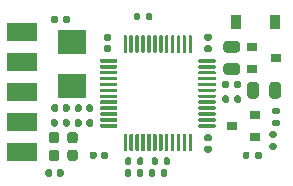
<source format=gbr>
%TF.GenerationSoftware,KiCad,Pcbnew,5.1.9+dfsg1-1*%
%TF.CreationDate,2021-07-11T15:28:01+08:00*%
%TF.ProjectId,stlink,73746c69-6e6b-42e6-9b69-6361645f7063,a*%
%TF.SameCoordinates,Original*%
%TF.FileFunction,Paste,Top*%
%TF.FilePolarity,Positive*%
%FSLAX46Y46*%
G04 Gerber Fmt 4.6, Leading zero omitted, Abs format (unit mm)*
G04 Created by KiCad (PCBNEW 5.1.9+dfsg1-1) date 2021-07-11 15:28:01*
%MOMM*%
%LPD*%
G01*
G04 APERTURE LIST*
%ADD10R,0.900000X0.800000*%
%ADD11R,2.400000X2.000000*%
%ADD12R,2.540000X1.524000*%
%ADD13R,0.900000X1.200000*%
G04 APERTURE END LIST*
%TO.C,R11*%
G36*
G01*
X123250000Y-96935000D02*
X123250000Y-96565000D01*
G75*
G02*
X123385000Y-96430000I135000J0D01*
G01*
X123655000Y-96430000D01*
G75*
G02*
X123790000Y-96565000I0J-135000D01*
G01*
X123790000Y-96935000D01*
G75*
G02*
X123655000Y-97070000I-135000J0D01*
G01*
X123385000Y-97070000D01*
G75*
G02*
X123250000Y-96935000I0J135000D01*
G01*
G37*
G36*
G01*
X122230000Y-96935000D02*
X122230000Y-96565000D01*
G75*
G02*
X122365000Y-96430000I135000J0D01*
G01*
X122635000Y-96430000D01*
G75*
G02*
X122770000Y-96565000I0J-135000D01*
G01*
X122770000Y-96935000D01*
G75*
G02*
X122635000Y-97070000I-135000J0D01*
G01*
X122365000Y-97070000D01*
G75*
G02*
X122230000Y-96935000I0J135000D01*
G01*
G37*
%TD*%
%TO.C,R10*%
G36*
G01*
X121240000Y-96935000D02*
X121240000Y-96565000D01*
G75*
G02*
X121375000Y-96430000I135000J0D01*
G01*
X121645000Y-96430000D01*
G75*
G02*
X121780000Y-96565000I0J-135000D01*
G01*
X121780000Y-96935000D01*
G75*
G02*
X121645000Y-97070000I-135000J0D01*
G01*
X121375000Y-97070000D01*
G75*
G02*
X121240000Y-96935000I0J135000D01*
G01*
G37*
G36*
G01*
X120220000Y-96935000D02*
X120220000Y-96565000D01*
G75*
G02*
X120355000Y-96430000I135000J0D01*
G01*
X120625000Y-96430000D01*
G75*
G02*
X120760000Y-96565000I0J-135000D01*
G01*
X120760000Y-96935000D01*
G75*
G02*
X120625000Y-97070000I-135000J0D01*
G01*
X120355000Y-97070000D01*
G75*
G02*
X120220000Y-96935000I0J135000D01*
G01*
G37*
%TD*%
%TO.C,R8*%
G36*
G01*
X123490000Y-95935000D02*
X123490000Y-95565000D01*
G75*
G02*
X123625000Y-95430000I135000J0D01*
G01*
X123895000Y-95430000D01*
G75*
G02*
X124030000Y-95565000I0J-135000D01*
G01*
X124030000Y-95935000D01*
G75*
G02*
X123895000Y-96070000I-135000J0D01*
G01*
X123625000Y-96070000D01*
G75*
G02*
X123490000Y-95935000I0J135000D01*
G01*
G37*
G36*
G01*
X122470000Y-95935000D02*
X122470000Y-95565000D01*
G75*
G02*
X122605000Y-95430000I135000J0D01*
G01*
X122875000Y-95430000D01*
G75*
G02*
X123010000Y-95565000I0J-135000D01*
G01*
X123010000Y-95935000D01*
G75*
G02*
X122875000Y-96070000I-135000J0D01*
G01*
X122605000Y-96070000D01*
G75*
G02*
X122470000Y-95935000I0J135000D01*
G01*
G37*
%TD*%
%TO.C,R7*%
G36*
G01*
X121240000Y-95935000D02*
X121240000Y-95565000D01*
G75*
G02*
X121375000Y-95430000I135000J0D01*
G01*
X121645000Y-95430000D01*
G75*
G02*
X121780000Y-95565000I0J-135000D01*
G01*
X121780000Y-95935000D01*
G75*
G02*
X121645000Y-96070000I-135000J0D01*
G01*
X121375000Y-96070000D01*
G75*
G02*
X121240000Y-95935000I0J135000D01*
G01*
G37*
G36*
G01*
X120220000Y-95935000D02*
X120220000Y-95565000D01*
G75*
G02*
X120355000Y-95430000I135000J0D01*
G01*
X120625000Y-95430000D01*
G75*
G02*
X120760000Y-95565000I0J-135000D01*
G01*
X120760000Y-95935000D01*
G75*
G02*
X120625000Y-96070000I-135000J0D01*
G01*
X120355000Y-96070000D01*
G75*
G02*
X120220000Y-95935000I0J135000D01*
G01*
G37*
%TD*%
%TO.C,R6*%
G36*
G01*
X131240000Y-95435000D02*
X131240000Y-95065000D01*
G75*
G02*
X131375000Y-94930000I135000J0D01*
G01*
X131645000Y-94930000D01*
G75*
G02*
X131780000Y-95065000I0J-135000D01*
G01*
X131780000Y-95435000D01*
G75*
G02*
X131645000Y-95570000I-135000J0D01*
G01*
X131375000Y-95570000D01*
G75*
G02*
X131240000Y-95435000I0J135000D01*
G01*
G37*
G36*
G01*
X130220000Y-95435000D02*
X130220000Y-95065000D01*
G75*
G02*
X130355000Y-94930000I135000J0D01*
G01*
X130625000Y-94930000D01*
G75*
G02*
X130760000Y-95065000I0J-135000D01*
G01*
X130760000Y-95435000D01*
G75*
G02*
X130625000Y-95570000I-135000J0D01*
G01*
X130355000Y-95570000D01*
G75*
G02*
X130220000Y-95435000I0J135000D01*
G01*
G37*
%TD*%
%TO.C,R5*%
G36*
G01*
X132935000Y-93760000D02*
X132565000Y-93760000D01*
G75*
G02*
X132430000Y-93625000I0J135000D01*
G01*
X132430000Y-93355000D01*
G75*
G02*
X132565000Y-93220000I135000J0D01*
G01*
X132935000Y-93220000D01*
G75*
G02*
X133070000Y-93355000I0J-135000D01*
G01*
X133070000Y-93625000D01*
G75*
G02*
X132935000Y-93760000I-135000J0D01*
G01*
G37*
G36*
G01*
X132935000Y-94780000D02*
X132565000Y-94780000D01*
G75*
G02*
X132430000Y-94645000I0J135000D01*
G01*
X132430000Y-94375000D01*
G75*
G02*
X132565000Y-94240000I135000J0D01*
G01*
X132935000Y-94240000D01*
G75*
G02*
X133070000Y-94375000I0J-135000D01*
G01*
X133070000Y-94645000D01*
G75*
G02*
X132935000Y-94780000I-135000J0D01*
G01*
G37*
%TD*%
%TO.C,R4*%
G36*
G01*
X133185000Y-91760000D02*
X132815000Y-91760000D01*
G75*
G02*
X132680000Y-91625000I0J135000D01*
G01*
X132680000Y-91355000D01*
G75*
G02*
X132815000Y-91220000I135000J0D01*
G01*
X133185000Y-91220000D01*
G75*
G02*
X133320000Y-91355000I0J-135000D01*
G01*
X133320000Y-91625000D01*
G75*
G02*
X133185000Y-91760000I-135000J0D01*
G01*
G37*
G36*
G01*
X133185000Y-92780000D02*
X132815000Y-92780000D01*
G75*
G02*
X132680000Y-92645000I0J135000D01*
G01*
X132680000Y-92375000D01*
G75*
G02*
X132815000Y-92240000I135000J0D01*
G01*
X133185000Y-92240000D01*
G75*
G02*
X133320000Y-92375000I0J-135000D01*
G01*
X133320000Y-92645000D01*
G75*
G02*
X133185000Y-92780000I-135000J0D01*
G01*
G37*
%TD*%
D10*
%TO.C,Q1*%
X129250000Y-92750000D03*
X131250000Y-91800000D03*
X131250000Y-93700000D03*
%TD*%
%TO.C,R9*%
G36*
G01*
X129010000Y-90315000D02*
X129010000Y-90685000D01*
G75*
G02*
X128875000Y-90820000I-135000J0D01*
G01*
X128605000Y-90820000D01*
G75*
G02*
X128470000Y-90685000I0J135000D01*
G01*
X128470000Y-90315000D01*
G75*
G02*
X128605000Y-90180000I135000J0D01*
G01*
X128875000Y-90180000D01*
G75*
G02*
X129010000Y-90315000I0J-135000D01*
G01*
G37*
G36*
G01*
X130030000Y-90315000D02*
X130030000Y-90685000D01*
G75*
G02*
X129895000Y-90820000I-135000J0D01*
G01*
X129625000Y-90820000D01*
G75*
G02*
X129490000Y-90685000I0J135000D01*
G01*
X129490000Y-90315000D01*
G75*
G02*
X129625000Y-90180000I135000J0D01*
G01*
X129895000Y-90180000D01*
G75*
G02*
X130030000Y-90315000I0J-135000D01*
G01*
G37*
%TD*%
%TO.C,R2*%
G36*
G01*
X121990000Y-83685000D02*
X121990000Y-83315000D01*
G75*
G02*
X122125000Y-83180000I135000J0D01*
G01*
X122395000Y-83180000D01*
G75*
G02*
X122530000Y-83315000I0J-135000D01*
G01*
X122530000Y-83685000D01*
G75*
G02*
X122395000Y-83820000I-135000J0D01*
G01*
X122125000Y-83820000D01*
G75*
G02*
X121990000Y-83685000I0J135000D01*
G01*
G37*
G36*
G01*
X120970000Y-83685000D02*
X120970000Y-83315000D01*
G75*
G02*
X121105000Y-83180000I135000J0D01*
G01*
X121375000Y-83180000D01*
G75*
G02*
X121510000Y-83315000I0J-135000D01*
G01*
X121510000Y-83685000D01*
G75*
G02*
X121375000Y-83820000I-135000J0D01*
G01*
X121105000Y-83820000D01*
G75*
G02*
X120970000Y-83685000I0J135000D01*
G01*
G37*
%TD*%
%TO.C,R1*%
G36*
G01*
X114510000Y-92315000D02*
X114510000Y-92685000D01*
G75*
G02*
X114375000Y-92820000I-135000J0D01*
G01*
X114105000Y-92820000D01*
G75*
G02*
X113970000Y-92685000I0J135000D01*
G01*
X113970000Y-92315000D01*
G75*
G02*
X114105000Y-92180000I135000J0D01*
G01*
X114375000Y-92180000D01*
G75*
G02*
X114510000Y-92315000I0J-135000D01*
G01*
G37*
G36*
G01*
X115530000Y-92315000D02*
X115530000Y-92685000D01*
G75*
G02*
X115395000Y-92820000I-135000J0D01*
G01*
X115125000Y-92820000D01*
G75*
G02*
X114990000Y-92685000I0J135000D01*
G01*
X114990000Y-92315000D01*
G75*
G02*
X115125000Y-92180000I135000J0D01*
G01*
X115395000Y-92180000D01*
G75*
G02*
X115530000Y-92315000I0J-135000D01*
G01*
G37*
%TD*%
%TO.C,C1*%
G36*
G01*
X116550000Y-91080000D02*
X116550000Y-91420000D01*
G75*
G02*
X116410000Y-91560000I-140000J0D01*
G01*
X116130000Y-91560000D01*
G75*
G02*
X115990000Y-91420000I0J140000D01*
G01*
X115990000Y-91080000D01*
G75*
G02*
X116130000Y-90940000I140000J0D01*
G01*
X116410000Y-90940000D01*
G75*
G02*
X116550000Y-91080000I0J-140000D01*
G01*
G37*
G36*
G01*
X117510000Y-91080000D02*
X117510000Y-91420000D01*
G75*
G02*
X117370000Y-91560000I-140000J0D01*
G01*
X117090000Y-91560000D01*
G75*
G02*
X116950000Y-91420000I0J140000D01*
G01*
X116950000Y-91080000D01*
G75*
G02*
X117090000Y-90940000I140000J0D01*
G01*
X117370000Y-90940000D01*
G75*
G02*
X117510000Y-91080000I0J-140000D01*
G01*
G37*
%TD*%
%TO.C,R13*%
G36*
G01*
X114060000Y-96577500D02*
X114060000Y-96922500D01*
G75*
G02*
X113912500Y-97070000I-147500J0D01*
G01*
X113617500Y-97070000D01*
G75*
G02*
X113470000Y-96922500I0J147500D01*
G01*
X113470000Y-96577500D01*
G75*
G02*
X113617500Y-96430000I147500J0D01*
G01*
X113912500Y-96430000D01*
G75*
G02*
X114060000Y-96577500I0J-147500D01*
G01*
G37*
G36*
G01*
X115030000Y-96577500D02*
X115030000Y-96922500D01*
G75*
G02*
X114882500Y-97070000I-147500J0D01*
G01*
X114587500Y-97070000D01*
G75*
G02*
X114440000Y-96922500I0J147500D01*
G01*
X114440000Y-96577500D01*
G75*
G02*
X114587500Y-96430000I147500J0D01*
G01*
X114882500Y-96430000D01*
G75*
G02*
X115030000Y-96577500I0J-147500D01*
G01*
G37*
%TD*%
%TO.C,R12*%
G36*
G01*
X118190000Y-95422500D02*
X118190000Y-95077500D01*
G75*
G02*
X118337500Y-94930000I147500J0D01*
G01*
X118632500Y-94930000D01*
G75*
G02*
X118780000Y-95077500I0J-147500D01*
G01*
X118780000Y-95422500D01*
G75*
G02*
X118632500Y-95570000I-147500J0D01*
G01*
X118337500Y-95570000D01*
G75*
G02*
X118190000Y-95422500I0J147500D01*
G01*
G37*
G36*
G01*
X117220000Y-95422500D02*
X117220000Y-95077500D01*
G75*
G02*
X117367500Y-94930000I147500J0D01*
G01*
X117662500Y-94930000D01*
G75*
G02*
X117810000Y-95077500I0J-147500D01*
G01*
X117810000Y-95422500D01*
G75*
G02*
X117662500Y-95570000I-147500J0D01*
G01*
X117367500Y-95570000D01*
G75*
G02*
X117220000Y-95422500I0J147500D01*
G01*
G37*
%TD*%
%TO.C,D3*%
G36*
G01*
X115350000Y-94006250D02*
X115350000Y-93493750D01*
G75*
G02*
X115568750Y-93275000I218750J0D01*
G01*
X116006250Y-93275000D01*
G75*
G02*
X116225000Y-93493750I0J-218750D01*
G01*
X116225000Y-94006250D01*
G75*
G02*
X116006250Y-94225000I-218750J0D01*
G01*
X115568750Y-94225000D01*
G75*
G02*
X115350000Y-94006250I0J218750D01*
G01*
G37*
G36*
G01*
X113775000Y-94006250D02*
X113775000Y-93493750D01*
G75*
G02*
X113993750Y-93275000I218750J0D01*
G01*
X114431250Y-93275000D01*
G75*
G02*
X114650000Y-93493750I0J-218750D01*
G01*
X114650000Y-94006250D01*
G75*
G02*
X114431250Y-94225000I-218750J0D01*
G01*
X113993750Y-94225000D01*
G75*
G02*
X113775000Y-94006250I0J218750D01*
G01*
G37*
%TD*%
%TO.C,D2*%
G36*
G01*
X115350000Y-95506250D02*
X115350000Y-94993750D01*
G75*
G02*
X115568750Y-94775000I218750J0D01*
G01*
X116006250Y-94775000D01*
G75*
G02*
X116225000Y-94993750I0J-218750D01*
G01*
X116225000Y-95506250D01*
G75*
G02*
X116006250Y-95725000I-218750J0D01*
G01*
X115568750Y-95725000D01*
G75*
G02*
X115350000Y-95506250I0J218750D01*
G01*
G37*
G36*
G01*
X113775000Y-95506250D02*
X113775000Y-94993750D01*
G75*
G02*
X113993750Y-94775000I218750J0D01*
G01*
X114431250Y-94775000D01*
G75*
G02*
X114650000Y-94993750I0J-218750D01*
G01*
X114650000Y-95506250D01*
G75*
G02*
X114431250Y-95725000I-218750J0D01*
G01*
X113993750Y-95725000D01*
G75*
G02*
X113775000Y-95506250I0J218750D01*
G01*
G37*
%TD*%
D11*
%TO.C,Y1*%
X115750000Y-89350000D03*
X115750000Y-85650000D03*
%TD*%
%TO.C,C3*%
G36*
G01*
X114940000Y-91422500D02*
X114940000Y-91077500D01*
G75*
G02*
X115087500Y-90930000I147500J0D01*
G01*
X115382500Y-90930000D01*
G75*
G02*
X115530000Y-91077500I0J-147500D01*
G01*
X115530000Y-91422500D01*
G75*
G02*
X115382500Y-91570000I-147500J0D01*
G01*
X115087500Y-91570000D01*
G75*
G02*
X114940000Y-91422500I0J147500D01*
G01*
G37*
G36*
G01*
X113970000Y-91422500D02*
X113970000Y-91077500D01*
G75*
G02*
X114117500Y-90930000I147500J0D01*
G01*
X114412500Y-90930000D01*
G75*
G02*
X114560000Y-91077500I0J-147500D01*
G01*
X114560000Y-91422500D01*
G75*
G02*
X114412500Y-91570000I-147500J0D01*
G01*
X114117500Y-91570000D01*
G75*
G02*
X113970000Y-91422500I0J147500D01*
G01*
G37*
%TD*%
%TO.C,C2*%
G36*
G01*
X114560000Y-83577500D02*
X114560000Y-83922500D01*
G75*
G02*
X114412500Y-84070000I-147500J0D01*
G01*
X114117500Y-84070000D01*
G75*
G02*
X113970000Y-83922500I0J147500D01*
G01*
X113970000Y-83577500D01*
G75*
G02*
X114117500Y-83430000I147500J0D01*
G01*
X114412500Y-83430000D01*
G75*
G02*
X114560000Y-83577500I0J-147500D01*
G01*
G37*
G36*
G01*
X115530000Y-83577500D02*
X115530000Y-83922500D01*
G75*
G02*
X115382500Y-84070000I-147500J0D01*
G01*
X115087500Y-84070000D01*
G75*
G02*
X114940000Y-83922500I0J147500D01*
G01*
X114940000Y-83577500D01*
G75*
G02*
X115087500Y-83430000I147500J0D01*
G01*
X115382500Y-83430000D01*
G75*
G02*
X115530000Y-83577500I0J-147500D01*
G01*
G37*
%TD*%
D12*
%TO.C,J2*%
X111500000Y-95000000D03*
X111500000Y-92460000D03*
X111500000Y-89920000D03*
X111500000Y-87380000D03*
X111500000Y-84840000D03*
%TD*%
%TO.C,C9*%
G36*
G01*
X116560000Y-92327500D02*
X116560000Y-92672500D01*
G75*
G02*
X116412500Y-92820000I-147500J0D01*
G01*
X116117500Y-92820000D01*
G75*
G02*
X115970000Y-92672500I0J147500D01*
G01*
X115970000Y-92327500D01*
G75*
G02*
X116117500Y-92180000I147500J0D01*
G01*
X116412500Y-92180000D01*
G75*
G02*
X116560000Y-92327500I0J-147500D01*
G01*
G37*
G36*
G01*
X117530000Y-92327500D02*
X117530000Y-92672500D01*
G75*
G02*
X117382500Y-92820000I-147500J0D01*
G01*
X117087500Y-92820000D01*
G75*
G02*
X116940000Y-92672500I0J147500D01*
G01*
X116940000Y-92327500D01*
G75*
G02*
X117087500Y-92180000I147500J0D01*
G01*
X117382500Y-92180000D01*
G75*
G02*
X117530000Y-92327500I0J-147500D01*
G01*
G37*
%TD*%
%TO.C,C8*%
G36*
G01*
X127077500Y-94440000D02*
X127422500Y-94440000D01*
G75*
G02*
X127570000Y-94587500I0J-147500D01*
G01*
X127570000Y-94882500D01*
G75*
G02*
X127422500Y-95030000I-147500J0D01*
G01*
X127077500Y-95030000D01*
G75*
G02*
X126930000Y-94882500I0J147500D01*
G01*
X126930000Y-94587500D01*
G75*
G02*
X127077500Y-94440000I147500J0D01*
G01*
G37*
G36*
G01*
X127077500Y-93470000D02*
X127422500Y-93470000D01*
G75*
G02*
X127570000Y-93617500I0J-147500D01*
G01*
X127570000Y-93912500D01*
G75*
G02*
X127422500Y-94060000I-147500J0D01*
G01*
X127077500Y-94060000D01*
G75*
G02*
X126930000Y-93912500I0J147500D01*
G01*
X126930000Y-93617500D01*
G75*
G02*
X127077500Y-93470000I147500J0D01*
G01*
G37*
%TD*%
%TO.C,C7*%
G36*
G01*
X127422500Y-85560000D02*
X127077500Y-85560000D01*
G75*
G02*
X126930000Y-85412500I0J147500D01*
G01*
X126930000Y-85117500D01*
G75*
G02*
X127077500Y-84970000I147500J0D01*
G01*
X127422500Y-84970000D01*
G75*
G02*
X127570000Y-85117500I0J-147500D01*
G01*
X127570000Y-85412500D01*
G75*
G02*
X127422500Y-85560000I-147500J0D01*
G01*
G37*
G36*
G01*
X127422500Y-86530000D02*
X127077500Y-86530000D01*
G75*
G02*
X126930000Y-86382500I0J147500D01*
G01*
X126930000Y-86087500D01*
G75*
G02*
X127077500Y-85940000I147500J0D01*
G01*
X127422500Y-85940000D01*
G75*
G02*
X127570000Y-86087500I0J-147500D01*
G01*
X127570000Y-86382500D01*
G75*
G02*
X127422500Y-86530000I-147500J0D01*
G01*
G37*
%TD*%
%TO.C,C6*%
G36*
G01*
X118922500Y-85560000D02*
X118577500Y-85560000D01*
G75*
G02*
X118430000Y-85412500I0J147500D01*
G01*
X118430000Y-85117500D01*
G75*
G02*
X118577500Y-84970000I147500J0D01*
G01*
X118922500Y-84970000D01*
G75*
G02*
X119070000Y-85117500I0J-147500D01*
G01*
X119070000Y-85412500D01*
G75*
G02*
X118922500Y-85560000I-147500J0D01*
G01*
G37*
G36*
G01*
X118922500Y-86530000D02*
X118577500Y-86530000D01*
G75*
G02*
X118430000Y-86382500I0J147500D01*
G01*
X118430000Y-86087500D01*
G75*
G02*
X118577500Y-85940000I147500J0D01*
G01*
X118922500Y-85940000D01*
G75*
G02*
X119070000Y-86087500I0J-147500D01*
G01*
X119070000Y-86382500D01*
G75*
G02*
X118922500Y-86530000I-147500J0D01*
G01*
G37*
%TD*%
%TO.C,R3*%
G36*
G01*
X129440000Y-89422500D02*
X129440000Y-89077500D01*
G75*
G02*
X129587500Y-88930000I147500J0D01*
G01*
X129882500Y-88930000D01*
G75*
G02*
X130030000Y-89077500I0J-147500D01*
G01*
X130030000Y-89422500D01*
G75*
G02*
X129882500Y-89570000I-147500J0D01*
G01*
X129587500Y-89570000D01*
G75*
G02*
X129440000Y-89422500I0J147500D01*
G01*
G37*
G36*
G01*
X128470000Y-89422500D02*
X128470000Y-89077500D01*
G75*
G02*
X128617500Y-88930000I147500J0D01*
G01*
X128912500Y-88930000D01*
G75*
G02*
X129060000Y-89077500I0J-147500D01*
G01*
X129060000Y-89422500D01*
G75*
G02*
X128912500Y-89570000I-147500J0D01*
G01*
X128617500Y-89570000D01*
G75*
G02*
X128470000Y-89422500I0J147500D01*
G01*
G37*
%TD*%
D13*
%TO.C,D1*%
X132900000Y-84000000D03*
X129600000Y-84000000D03*
%TD*%
%TO.C,C5*%
G36*
G01*
X129706250Y-86550000D02*
X128793750Y-86550000D01*
G75*
G02*
X128550000Y-86306250I0J243750D01*
G01*
X128550000Y-85818750D01*
G75*
G02*
X128793750Y-85575000I243750J0D01*
G01*
X129706250Y-85575000D01*
G75*
G02*
X129950000Y-85818750I0J-243750D01*
G01*
X129950000Y-86306250D01*
G75*
G02*
X129706250Y-86550000I-243750J0D01*
G01*
G37*
G36*
G01*
X129706250Y-88425000D02*
X128793750Y-88425000D01*
G75*
G02*
X128550000Y-88181250I0J243750D01*
G01*
X128550000Y-87693750D01*
G75*
G02*
X128793750Y-87450000I243750J0D01*
G01*
X129706250Y-87450000D01*
G75*
G02*
X129950000Y-87693750I0J-243750D01*
G01*
X129950000Y-88181250D01*
G75*
G02*
X129706250Y-88425000I-243750J0D01*
G01*
G37*
%TD*%
%TO.C,C4*%
G36*
G01*
X131550000Y-89293750D02*
X131550000Y-90206250D01*
G75*
G02*
X131306250Y-90450000I-243750J0D01*
G01*
X130818750Y-90450000D01*
G75*
G02*
X130575000Y-90206250I0J243750D01*
G01*
X130575000Y-89293750D01*
G75*
G02*
X130818750Y-89050000I243750J0D01*
G01*
X131306250Y-89050000D01*
G75*
G02*
X131550000Y-89293750I0J-243750D01*
G01*
G37*
G36*
G01*
X133425000Y-89293750D02*
X133425000Y-90206250D01*
G75*
G02*
X133181250Y-90450000I-243750J0D01*
G01*
X132693750Y-90450000D01*
G75*
G02*
X132450000Y-90206250I0J243750D01*
G01*
X132450000Y-89293750D01*
G75*
G02*
X132693750Y-89050000I243750J0D01*
G01*
X133181250Y-89050000D01*
G75*
G02*
X133425000Y-89293750I0J-243750D01*
G01*
G37*
%TD*%
D10*
%TO.C,U1*%
X133000000Y-87000000D03*
X131000000Y-87950000D03*
X131000000Y-86050000D03*
%TD*%
%TO.C,U2*%
G36*
G01*
X120100000Y-86500000D02*
X120100000Y-85175000D01*
G75*
G02*
X120175000Y-85100000I75000J0D01*
G01*
X120325000Y-85100000D01*
G75*
G02*
X120400000Y-85175000I0J-75000D01*
G01*
X120400000Y-86500000D01*
G75*
G02*
X120325000Y-86575000I-75000J0D01*
G01*
X120175000Y-86575000D01*
G75*
G02*
X120100000Y-86500000I0J75000D01*
G01*
G37*
G36*
G01*
X120600000Y-86500000D02*
X120600000Y-85175000D01*
G75*
G02*
X120675000Y-85100000I75000J0D01*
G01*
X120825000Y-85100000D01*
G75*
G02*
X120900000Y-85175000I0J-75000D01*
G01*
X120900000Y-86500000D01*
G75*
G02*
X120825000Y-86575000I-75000J0D01*
G01*
X120675000Y-86575000D01*
G75*
G02*
X120600000Y-86500000I0J75000D01*
G01*
G37*
G36*
G01*
X121100000Y-86500000D02*
X121100000Y-85175000D01*
G75*
G02*
X121175000Y-85100000I75000J0D01*
G01*
X121325000Y-85100000D01*
G75*
G02*
X121400000Y-85175000I0J-75000D01*
G01*
X121400000Y-86500000D01*
G75*
G02*
X121325000Y-86575000I-75000J0D01*
G01*
X121175000Y-86575000D01*
G75*
G02*
X121100000Y-86500000I0J75000D01*
G01*
G37*
G36*
G01*
X121600000Y-86500000D02*
X121600000Y-85175000D01*
G75*
G02*
X121675000Y-85100000I75000J0D01*
G01*
X121825000Y-85100000D01*
G75*
G02*
X121900000Y-85175000I0J-75000D01*
G01*
X121900000Y-86500000D01*
G75*
G02*
X121825000Y-86575000I-75000J0D01*
G01*
X121675000Y-86575000D01*
G75*
G02*
X121600000Y-86500000I0J75000D01*
G01*
G37*
G36*
G01*
X122100000Y-86500000D02*
X122100000Y-85175000D01*
G75*
G02*
X122175000Y-85100000I75000J0D01*
G01*
X122325000Y-85100000D01*
G75*
G02*
X122400000Y-85175000I0J-75000D01*
G01*
X122400000Y-86500000D01*
G75*
G02*
X122325000Y-86575000I-75000J0D01*
G01*
X122175000Y-86575000D01*
G75*
G02*
X122100000Y-86500000I0J75000D01*
G01*
G37*
G36*
G01*
X122600000Y-86500000D02*
X122600000Y-85175000D01*
G75*
G02*
X122675000Y-85100000I75000J0D01*
G01*
X122825000Y-85100000D01*
G75*
G02*
X122900000Y-85175000I0J-75000D01*
G01*
X122900000Y-86500000D01*
G75*
G02*
X122825000Y-86575000I-75000J0D01*
G01*
X122675000Y-86575000D01*
G75*
G02*
X122600000Y-86500000I0J75000D01*
G01*
G37*
G36*
G01*
X123100000Y-86500000D02*
X123100000Y-85175000D01*
G75*
G02*
X123175000Y-85100000I75000J0D01*
G01*
X123325000Y-85100000D01*
G75*
G02*
X123400000Y-85175000I0J-75000D01*
G01*
X123400000Y-86500000D01*
G75*
G02*
X123325000Y-86575000I-75000J0D01*
G01*
X123175000Y-86575000D01*
G75*
G02*
X123100000Y-86500000I0J75000D01*
G01*
G37*
G36*
G01*
X123600000Y-86500000D02*
X123600000Y-85175000D01*
G75*
G02*
X123675000Y-85100000I75000J0D01*
G01*
X123825000Y-85100000D01*
G75*
G02*
X123900000Y-85175000I0J-75000D01*
G01*
X123900000Y-86500000D01*
G75*
G02*
X123825000Y-86575000I-75000J0D01*
G01*
X123675000Y-86575000D01*
G75*
G02*
X123600000Y-86500000I0J75000D01*
G01*
G37*
G36*
G01*
X124100000Y-86500000D02*
X124100000Y-85175000D01*
G75*
G02*
X124175000Y-85100000I75000J0D01*
G01*
X124325000Y-85100000D01*
G75*
G02*
X124400000Y-85175000I0J-75000D01*
G01*
X124400000Y-86500000D01*
G75*
G02*
X124325000Y-86575000I-75000J0D01*
G01*
X124175000Y-86575000D01*
G75*
G02*
X124100000Y-86500000I0J75000D01*
G01*
G37*
G36*
G01*
X124600000Y-86500000D02*
X124600000Y-85175000D01*
G75*
G02*
X124675000Y-85100000I75000J0D01*
G01*
X124825000Y-85100000D01*
G75*
G02*
X124900000Y-85175000I0J-75000D01*
G01*
X124900000Y-86500000D01*
G75*
G02*
X124825000Y-86575000I-75000J0D01*
G01*
X124675000Y-86575000D01*
G75*
G02*
X124600000Y-86500000I0J75000D01*
G01*
G37*
G36*
G01*
X125100000Y-86500000D02*
X125100000Y-85175000D01*
G75*
G02*
X125175000Y-85100000I75000J0D01*
G01*
X125325000Y-85100000D01*
G75*
G02*
X125400000Y-85175000I0J-75000D01*
G01*
X125400000Y-86500000D01*
G75*
G02*
X125325000Y-86575000I-75000J0D01*
G01*
X125175000Y-86575000D01*
G75*
G02*
X125100000Y-86500000I0J75000D01*
G01*
G37*
G36*
G01*
X125600000Y-86500000D02*
X125600000Y-85175000D01*
G75*
G02*
X125675000Y-85100000I75000J0D01*
G01*
X125825000Y-85100000D01*
G75*
G02*
X125900000Y-85175000I0J-75000D01*
G01*
X125900000Y-86500000D01*
G75*
G02*
X125825000Y-86575000I-75000J0D01*
G01*
X125675000Y-86575000D01*
G75*
G02*
X125600000Y-86500000I0J75000D01*
G01*
G37*
G36*
G01*
X126425000Y-87325000D02*
X126425000Y-87175000D01*
G75*
G02*
X126500000Y-87100000I75000J0D01*
G01*
X127825000Y-87100000D01*
G75*
G02*
X127900000Y-87175000I0J-75000D01*
G01*
X127900000Y-87325000D01*
G75*
G02*
X127825000Y-87400000I-75000J0D01*
G01*
X126500000Y-87400000D01*
G75*
G02*
X126425000Y-87325000I0J75000D01*
G01*
G37*
G36*
G01*
X126425000Y-87825000D02*
X126425000Y-87675000D01*
G75*
G02*
X126500000Y-87600000I75000J0D01*
G01*
X127825000Y-87600000D01*
G75*
G02*
X127900000Y-87675000I0J-75000D01*
G01*
X127900000Y-87825000D01*
G75*
G02*
X127825000Y-87900000I-75000J0D01*
G01*
X126500000Y-87900000D01*
G75*
G02*
X126425000Y-87825000I0J75000D01*
G01*
G37*
G36*
G01*
X126425000Y-88325000D02*
X126425000Y-88175000D01*
G75*
G02*
X126500000Y-88100000I75000J0D01*
G01*
X127825000Y-88100000D01*
G75*
G02*
X127900000Y-88175000I0J-75000D01*
G01*
X127900000Y-88325000D01*
G75*
G02*
X127825000Y-88400000I-75000J0D01*
G01*
X126500000Y-88400000D01*
G75*
G02*
X126425000Y-88325000I0J75000D01*
G01*
G37*
G36*
G01*
X126425000Y-88825000D02*
X126425000Y-88675000D01*
G75*
G02*
X126500000Y-88600000I75000J0D01*
G01*
X127825000Y-88600000D01*
G75*
G02*
X127900000Y-88675000I0J-75000D01*
G01*
X127900000Y-88825000D01*
G75*
G02*
X127825000Y-88900000I-75000J0D01*
G01*
X126500000Y-88900000D01*
G75*
G02*
X126425000Y-88825000I0J75000D01*
G01*
G37*
G36*
G01*
X126425000Y-89325000D02*
X126425000Y-89175000D01*
G75*
G02*
X126500000Y-89100000I75000J0D01*
G01*
X127825000Y-89100000D01*
G75*
G02*
X127900000Y-89175000I0J-75000D01*
G01*
X127900000Y-89325000D01*
G75*
G02*
X127825000Y-89400000I-75000J0D01*
G01*
X126500000Y-89400000D01*
G75*
G02*
X126425000Y-89325000I0J75000D01*
G01*
G37*
G36*
G01*
X126425000Y-89825000D02*
X126425000Y-89675000D01*
G75*
G02*
X126500000Y-89600000I75000J0D01*
G01*
X127825000Y-89600000D01*
G75*
G02*
X127900000Y-89675000I0J-75000D01*
G01*
X127900000Y-89825000D01*
G75*
G02*
X127825000Y-89900000I-75000J0D01*
G01*
X126500000Y-89900000D01*
G75*
G02*
X126425000Y-89825000I0J75000D01*
G01*
G37*
G36*
G01*
X126425000Y-90325000D02*
X126425000Y-90175000D01*
G75*
G02*
X126500000Y-90100000I75000J0D01*
G01*
X127825000Y-90100000D01*
G75*
G02*
X127900000Y-90175000I0J-75000D01*
G01*
X127900000Y-90325000D01*
G75*
G02*
X127825000Y-90400000I-75000J0D01*
G01*
X126500000Y-90400000D01*
G75*
G02*
X126425000Y-90325000I0J75000D01*
G01*
G37*
G36*
G01*
X126425000Y-90825000D02*
X126425000Y-90675000D01*
G75*
G02*
X126500000Y-90600000I75000J0D01*
G01*
X127825000Y-90600000D01*
G75*
G02*
X127900000Y-90675000I0J-75000D01*
G01*
X127900000Y-90825000D01*
G75*
G02*
X127825000Y-90900000I-75000J0D01*
G01*
X126500000Y-90900000D01*
G75*
G02*
X126425000Y-90825000I0J75000D01*
G01*
G37*
G36*
G01*
X126425000Y-91325000D02*
X126425000Y-91175000D01*
G75*
G02*
X126500000Y-91100000I75000J0D01*
G01*
X127825000Y-91100000D01*
G75*
G02*
X127900000Y-91175000I0J-75000D01*
G01*
X127900000Y-91325000D01*
G75*
G02*
X127825000Y-91400000I-75000J0D01*
G01*
X126500000Y-91400000D01*
G75*
G02*
X126425000Y-91325000I0J75000D01*
G01*
G37*
G36*
G01*
X126425000Y-91825000D02*
X126425000Y-91675000D01*
G75*
G02*
X126500000Y-91600000I75000J0D01*
G01*
X127825000Y-91600000D01*
G75*
G02*
X127900000Y-91675000I0J-75000D01*
G01*
X127900000Y-91825000D01*
G75*
G02*
X127825000Y-91900000I-75000J0D01*
G01*
X126500000Y-91900000D01*
G75*
G02*
X126425000Y-91825000I0J75000D01*
G01*
G37*
G36*
G01*
X126425000Y-92325000D02*
X126425000Y-92175000D01*
G75*
G02*
X126500000Y-92100000I75000J0D01*
G01*
X127825000Y-92100000D01*
G75*
G02*
X127900000Y-92175000I0J-75000D01*
G01*
X127900000Y-92325000D01*
G75*
G02*
X127825000Y-92400000I-75000J0D01*
G01*
X126500000Y-92400000D01*
G75*
G02*
X126425000Y-92325000I0J75000D01*
G01*
G37*
G36*
G01*
X126425000Y-92825000D02*
X126425000Y-92675000D01*
G75*
G02*
X126500000Y-92600000I75000J0D01*
G01*
X127825000Y-92600000D01*
G75*
G02*
X127900000Y-92675000I0J-75000D01*
G01*
X127900000Y-92825000D01*
G75*
G02*
X127825000Y-92900000I-75000J0D01*
G01*
X126500000Y-92900000D01*
G75*
G02*
X126425000Y-92825000I0J75000D01*
G01*
G37*
G36*
G01*
X125600000Y-94825000D02*
X125600000Y-93500000D01*
G75*
G02*
X125675000Y-93425000I75000J0D01*
G01*
X125825000Y-93425000D01*
G75*
G02*
X125900000Y-93500000I0J-75000D01*
G01*
X125900000Y-94825000D01*
G75*
G02*
X125825000Y-94900000I-75000J0D01*
G01*
X125675000Y-94900000D01*
G75*
G02*
X125600000Y-94825000I0J75000D01*
G01*
G37*
G36*
G01*
X125100000Y-94825000D02*
X125100000Y-93500000D01*
G75*
G02*
X125175000Y-93425000I75000J0D01*
G01*
X125325000Y-93425000D01*
G75*
G02*
X125400000Y-93500000I0J-75000D01*
G01*
X125400000Y-94825000D01*
G75*
G02*
X125325000Y-94900000I-75000J0D01*
G01*
X125175000Y-94900000D01*
G75*
G02*
X125100000Y-94825000I0J75000D01*
G01*
G37*
G36*
G01*
X124600000Y-94825000D02*
X124600000Y-93500000D01*
G75*
G02*
X124675000Y-93425000I75000J0D01*
G01*
X124825000Y-93425000D01*
G75*
G02*
X124900000Y-93500000I0J-75000D01*
G01*
X124900000Y-94825000D01*
G75*
G02*
X124825000Y-94900000I-75000J0D01*
G01*
X124675000Y-94900000D01*
G75*
G02*
X124600000Y-94825000I0J75000D01*
G01*
G37*
G36*
G01*
X124100000Y-94825000D02*
X124100000Y-93500000D01*
G75*
G02*
X124175000Y-93425000I75000J0D01*
G01*
X124325000Y-93425000D01*
G75*
G02*
X124400000Y-93500000I0J-75000D01*
G01*
X124400000Y-94825000D01*
G75*
G02*
X124325000Y-94900000I-75000J0D01*
G01*
X124175000Y-94900000D01*
G75*
G02*
X124100000Y-94825000I0J75000D01*
G01*
G37*
G36*
G01*
X123600000Y-94825000D02*
X123600000Y-93500000D01*
G75*
G02*
X123675000Y-93425000I75000J0D01*
G01*
X123825000Y-93425000D01*
G75*
G02*
X123900000Y-93500000I0J-75000D01*
G01*
X123900000Y-94825000D01*
G75*
G02*
X123825000Y-94900000I-75000J0D01*
G01*
X123675000Y-94900000D01*
G75*
G02*
X123600000Y-94825000I0J75000D01*
G01*
G37*
G36*
G01*
X123100000Y-94825000D02*
X123100000Y-93500000D01*
G75*
G02*
X123175000Y-93425000I75000J0D01*
G01*
X123325000Y-93425000D01*
G75*
G02*
X123400000Y-93500000I0J-75000D01*
G01*
X123400000Y-94825000D01*
G75*
G02*
X123325000Y-94900000I-75000J0D01*
G01*
X123175000Y-94900000D01*
G75*
G02*
X123100000Y-94825000I0J75000D01*
G01*
G37*
G36*
G01*
X122600000Y-94825000D02*
X122600000Y-93500000D01*
G75*
G02*
X122675000Y-93425000I75000J0D01*
G01*
X122825000Y-93425000D01*
G75*
G02*
X122900000Y-93500000I0J-75000D01*
G01*
X122900000Y-94825000D01*
G75*
G02*
X122825000Y-94900000I-75000J0D01*
G01*
X122675000Y-94900000D01*
G75*
G02*
X122600000Y-94825000I0J75000D01*
G01*
G37*
G36*
G01*
X122100000Y-94825000D02*
X122100000Y-93500000D01*
G75*
G02*
X122175000Y-93425000I75000J0D01*
G01*
X122325000Y-93425000D01*
G75*
G02*
X122400000Y-93500000I0J-75000D01*
G01*
X122400000Y-94825000D01*
G75*
G02*
X122325000Y-94900000I-75000J0D01*
G01*
X122175000Y-94900000D01*
G75*
G02*
X122100000Y-94825000I0J75000D01*
G01*
G37*
G36*
G01*
X121600000Y-94825000D02*
X121600000Y-93500000D01*
G75*
G02*
X121675000Y-93425000I75000J0D01*
G01*
X121825000Y-93425000D01*
G75*
G02*
X121900000Y-93500000I0J-75000D01*
G01*
X121900000Y-94825000D01*
G75*
G02*
X121825000Y-94900000I-75000J0D01*
G01*
X121675000Y-94900000D01*
G75*
G02*
X121600000Y-94825000I0J75000D01*
G01*
G37*
G36*
G01*
X121100000Y-94825000D02*
X121100000Y-93500000D01*
G75*
G02*
X121175000Y-93425000I75000J0D01*
G01*
X121325000Y-93425000D01*
G75*
G02*
X121400000Y-93500000I0J-75000D01*
G01*
X121400000Y-94825000D01*
G75*
G02*
X121325000Y-94900000I-75000J0D01*
G01*
X121175000Y-94900000D01*
G75*
G02*
X121100000Y-94825000I0J75000D01*
G01*
G37*
G36*
G01*
X120600000Y-94825000D02*
X120600000Y-93500000D01*
G75*
G02*
X120675000Y-93425000I75000J0D01*
G01*
X120825000Y-93425000D01*
G75*
G02*
X120900000Y-93500000I0J-75000D01*
G01*
X120900000Y-94825000D01*
G75*
G02*
X120825000Y-94900000I-75000J0D01*
G01*
X120675000Y-94900000D01*
G75*
G02*
X120600000Y-94825000I0J75000D01*
G01*
G37*
G36*
G01*
X120100000Y-94825000D02*
X120100000Y-93500000D01*
G75*
G02*
X120175000Y-93425000I75000J0D01*
G01*
X120325000Y-93425000D01*
G75*
G02*
X120400000Y-93500000I0J-75000D01*
G01*
X120400000Y-94825000D01*
G75*
G02*
X120325000Y-94900000I-75000J0D01*
G01*
X120175000Y-94900000D01*
G75*
G02*
X120100000Y-94825000I0J75000D01*
G01*
G37*
G36*
G01*
X118100000Y-92825000D02*
X118100000Y-92675000D01*
G75*
G02*
X118175000Y-92600000I75000J0D01*
G01*
X119500000Y-92600000D01*
G75*
G02*
X119575000Y-92675000I0J-75000D01*
G01*
X119575000Y-92825000D01*
G75*
G02*
X119500000Y-92900000I-75000J0D01*
G01*
X118175000Y-92900000D01*
G75*
G02*
X118100000Y-92825000I0J75000D01*
G01*
G37*
G36*
G01*
X118100000Y-92325000D02*
X118100000Y-92175000D01*
G75*
G02*
X118175000Y-92100000I75000J0D01*
G01*
X119500000Y-92100000D01*
G75*
G02*
X119575000Y-92175000I0J-75000D01*
G01*
X119575000Y-92325000D01*
G75*
G02*
X119500000Y-92400000I-75000J0D01*
G01*
X118175000Y-92400000D01*
G75*
G02*
X118100000Y-92325000I0J75000D01*
G01*
G37*
G36*
G01*
X118100000Y-91825000D02*
X118100000Y-91675000D01*
G75*
G02*
X118175000Y-91600000I75000J0D01*
G01*
X119500000Y-91600000D01*
G75*
G02*
X119575000Y-91675000I0J-75000D01*
G01*
X119575000Y-91825000D01*
G75*
G02*
X119500000Y-91900000I-75000J0D01*
G01*
X118175000Y-91900000D01*
G75*
G02*
X118100000Y-91825000I0J75000D01*
G01*
G37*
G36*
G01*
X118100000Y-91325000D02*
X118100000Y-91175000D01*
G75*
G02*
X118175000Y-91100000I75000J0D01*
G01*
X119500000Y-91100000D01*
G75*
G02*
X119575000Y-91175000I0J-75000D01*
G01*
X119575000Y-91325000D01*
G75*
G02*
X119500000Y-91400000I-75000J0D01*
G01*
X118175000Y-91400000D01*
G75*
G02*
X118100000Y-91325000I0J75000D01*
G01*
G37*
G36*
G01*
X118100000Y-90825000D02*
X118100000Y-90675000D01*
G75*
G02*
X118175000Y-90600000I75000J0D01*
G01*
X119500000Y-90600000D01*
G75*
G02*
X119575000Y-90675000I0J-75000D01*
G01*
X119575000Y-90825000D01*
G75*
G02*
X119500000Y-90900000I-75000J0D01*
G01*
X118175000Y-90900000D01*
G75*
G02*
X118100000Y-90825000I0J75000D01*
G01*
G37*
G36*
G01*
X118100000Y-90325000D02*
X118100000Y-90175000D01*
G75*
G02*
X118175000Y-90100000I75000J0D01*
G01*
X119500000Y-90100000D01*
G75*
G02*
X119575000Y-90175000I0J-75000D01*
G01*
X119575000Y-90325000D01*
G75*
G02*
X119500000Y-90400000I-75000J0D01*
G01*
X118175000Y-90400000D01*
G75*
G02*
X118100000Y-90325000I0J75000D01*
G01*
G37*
G36*
G01*
X118100000Y-89825000D02*
X118100000Y-89675000D01*
G75*
G02*
X118175000Y-89600000I75000J0D01*
G01*
X119500000Y-89600000D01*
G75*
G02*
X119575000Y-89675000I0J-75000D01*
G01*
X119575000Y-89825000D01*
G75*
G02*
X119500000Y-89900000I-75000J0D01*
G01*
X118175000Y-89900000D01*
G75*
G02*
X118100000Y-89825000I0J75000D01*
G01*
G37*
G36*
G01*
X118100000Y-89325000D02*
X118100000Y-89175000D01*
G75*
G02*
X118175000Y-89100000I75000J0D01*
G01*
X119500000Y-89100000D01*
G75*
G02*
X119575000Y-89175000I0J-75000D01*
G01*
X119575000Y-89325000D01*
G75*
G02*
X119500000Y-89400000I-75000J0D01*
G01*
X118175000Y-89400000D01*
G75*
G02*
X118100000Y-89325000I0J75000D01*
G01*
G37*
G36*
G01*
X118100000Y-88825000D02*
X118100000Y-88675000D01*
G75*
G02*
X118175000Y-88600000I75000J0D01*
G01*
X119500000Y-88600000D01*
G75*
G02*
X119575000Y-88675000I0J-75000D01*
G01*
X119575000Y-88825000D01*
G75*
G02*
X119500000Y-88900000I-75000J0D01*
G01*
X118175000Y-88900000D01*
G75*
G02*
X118100000Y-88825000I0J75000D01*
G01*
G37*
G36*
G01*
X118100000Y-88325000D02*
X118100000Y-88175000D01*
G75*
G02*
X118175000Y-88100000I75000J0D01*
G01*
X119500000Y-88100000D01*
G75*
G02*
X119575000Y-88175000I0J-75000D01*
G01*
X119575000Y-88325000D01*
G75*
G02*
X119500000Y-88400000I-75000J0D01*
G01*
X118175000Y-88400000D01*
G75*
G02*
X118100000Y-88325000I0J75000D01*
G01*
G37*
G36*
G01*
X118100000Y-87825000D02*
X118100000Y-87675000D01*
G75*
G02*
X118175000Y-87600000I75000J0D01*
G01*
X119500000Y-87600000D01*
G75*
G02*
X119575000Y-87675000I0J-75000D01*
G01*
X119575000Y-87825000D01*
G75*
G02*
X119500000Y-87900000I-75000J0D01*
G01*
X118175000Y-87900000D01*
G75*
G02*
X118100000Y-87825000I0J75000D01*
G01*
G37*
G36*
G01*
X118100000Y-87325000D02*
X118100000Y-87175000D01*
G75*
G02*
X118175000Y-87100000I75000J0D01*
G01*
X119500000Y-87100000D01*
G75*
G02*
X119575000Y-87175000I0J-75000D01*
G01*
X119575000Y-87325000D01*
G75*
G02*
X119500000Y-87400000I-75000J0D01*
G01*
X118175000Y-87400000D01*
G75*
G02*
X118100000Y-87325000I0J75000D01*
G01*
G37*
%TD*%
M02*

</source>
